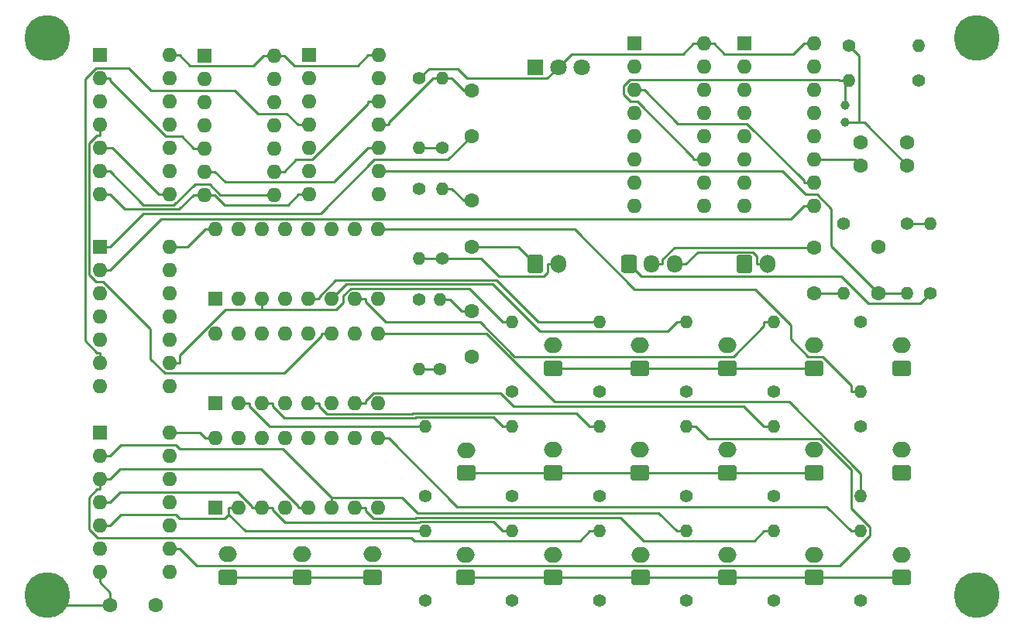
<source format=gbr>
G04 #@! TF.GenerationSoftware,KiCad,Pcbnew,7.0.1*
G04 #@! TF.CreationDate,2023-04-19T00:28:21-05:00*
G04 #@! TF.ProjectId,binary_clock,62696e61-7279-45f6-936c-6f636b2e6b69,rev?*
G04 #@! TF.SameCoordinates,Original*
G04 #@! TF.FileFunction,Copper,L1,Top*
G04 #@! TF.FilePolarity,Positive*
%FSLAX46Y46*%
G04 Gerber Fmt 4.6, Leading zero omitted, Abs format (unit mm)*
G04 Created by KiCad (PCBNEW 7.0.1) date 2023-04-19 00:28:21*
%MOMM*%
%LPD*%
G01*
G04 APERTURE LIST*
G04 Aperture macros list*
%AMRoundRect*
0 Rectangle with rounded corners*
0 $1 Rounding radius*
0 $2 $3 $4 $5 $6 $7 $8 $9 X,Y pos of 4 corners*
0 Add a 4 corners polygon primitive as box body*
4,1,4,$2,$3,$4,$5,$6,$7,$8,$9,$2,$3,0*
0 Add four circle primitives for the rounded corners*
1,1,$1+$1,$2,$3*
1,1,$1+$1,$4,$5*
1,1,$1+$1,$6,$7*
1,1,$1+$1,$8,$9*
0 Add four rect primitives between the rounded corners*
20,1,$1+$1,$2,$3,$4,$5,0*
20,1,$1+$1,$4,$5,$6,$7,0*
20,1,$1+$1,$6,$7,$8,$9,0*
20,1,$1+$1,$8,$9,$2,$3,0*%
G04 Aperture macros list end*
G04 #@! TA.AperFunction,ComponentPad*
%ADD10C,1.600000*%
G04 #@! TD*
G04 #@! TA.AperFunction,ComponentPad*
%ADD11RoundRect,0.250000X-0.600000X-0.750000X0.600000X-0.750000X0.600000X0.750000X-0.600000X0.750000X0*%
G04 #@! TD*
G04 #@! TA.AperFunction,ComponentPad*
%ADD12O,1.700000X2.000000*%
G04 #@! TD*
G04 #@! TA.AperFunction,ComponentPad*
%ADD13RoundRect,0.250000X0.750000X-0.600000X0.750000X0.600000X-0.750000X0.600000X-0.750000X-0.600000X0*%
G04 #@! TD*
G04 #@! TA.AperFunction,ComponentPad*
%ADD14O,2.000000X1.700000*%
G04 #@! TD*
G04 #@! TA.AperFunction,ComponentPad*
%ADD15C,1.400000*%
G04 #@! TD*
G04 #@! TA.AperFunction,ComponentPad*
%ADD16O,1.400000X1.400000*%
G04 #@! TD*
G04 #@! TA.AperFunction,ComponentPad*
%ADD17R,1.600000X1.600000*%
G04 #@! TD*
G04 #@! TA.AperFunction,ComponentPad*
%ADD18O,1.600000X1.600000*%
G04 #@! TD*
G04 #@! TA.AperFunction,ComponentPad*
%ADD19C,5.000000*%
G04 #@! TD*
G04 #@! TA.AperFunction,ComponentPad*
%ADD20R,1.800000X1.800000*%
G04 #@! TD*
G04 #@! TA.AperFunction,ComponentPad*
%ADD21C,1.800000*%
G04 #@! TD*
G04 #@! TA.AperFunction,ComponentPad*
%ADD22RoundRect,0.250000X-0.600000X-0.725000X0.600000X-0.725000X0.600000X0.725000X-0.600000X0.725000X0*%
G04 #@! TD*
G04 #@! TA.AperFunction,ComponentPad*
%ADD23O,1.700000X1.950000*%
G04 #@! TD*
G04 #@! TA.AperFunction,ComponentPad*
%ADD24C,1.000000*%
G04 #@! TD*
G04 #@! TA.AperFunction,Conductor*
%ADD25C,0.250000*%
G04 #@! TD*
G04 APERTURE END LIST*
D10*
G04 #@! TO.P,C2,1*
G04 #@! TO.N,Net-(U2-(PHI)I)*
X177800000Y-82550000D03*
G04 #@! TO.P,C2,2*
G04 #@! TO.N,GND*
X177800000Y-85050000D03*
G04 #@! TD*
G04 #@! TO.P,C1,1*
G04 #@! TO.N,Net-(C1-Pad1)*
X182880000Y-85050000D03*
G04 #@! TO.P,C1,2*
G04 #@! TO.N,GND*
X182880000Y-82550000D03*
G04 #@! TD*
D11*
G04 #@! TO.P,J1,1,Pin_1*
G04 #@! TO.N,+5V*
X165140000Y-95885000D03*
D12*
G04 #@! TO.P,J1,2,Pin_2*
G04 #@! TO.N,GND*
X167640000Y-95885000D03*
G04 #@! TD*
D13*
G04 #@! TO.P,D11,1,K*
G04 #@! TO.N,GND*
X144145000Y-118685000D03*
D14*
G04 #@! TO.P,D11,2,A*
G04 #@! TO.N,Net-(D11-A)*
X144145000Y-116185000D03*
G04 #@! TD*
D15*
G04 #@! TO.P,R11,1*
G04 #@! TO.N,Net-(R10-Pad2)*
X131860000Y-107355000D03*
D16*
G04 #@! TO.P,R11,2*
G04 #@! TO.N,Net-(C7-Pad1)*
X131860000Y-99735000D03*
G04 #@! TD*
D17*
G04 #@! TO.P,U2,1,Q12*
G04 #@! TO.N,unconnected-(U2-Q12-Pad1)*
X153035000Y-71755000D03*
D18*
G04 #@! TO.P,U2,2,Q13*
G04 #@! TO.N,unconnected-(U2-Q13-Pad2)*
X153035000Y-74295000D03*
G04 #@! TO.P,U2,3,Q14*
G04 #@! TO.N,/Clock_1hz/CLK_2Hz*
X153035000Y-76835000D03*
G04 #@! TO.P,U2,4,Q6*
G04 #@! TO.N,unconnected-(U2-Q6-Pad4)*
X153035000Y-79375000D03*
G04 #@! TO.P,U2,5,Q5*
G04 #@! TO.N,unconnected-(U2-Q5-Pad5)*
X153035000Y-81915000D03*
G04 #@! TO.P,U2,6,Q7*
G04 #@! TO.N,unconnected-(U2-Q7-Pad6)*
X153035000Y-84455000D03*
G04 #@! TO.P,U2,7,Q4*
G04 #@! TO.N,unconnected-(U2-Q4-Pad7)*
X153035000Y-86995000D03*
G04 #@! TO.P,U2,8,VSS*
G04 #@! TO.N,GND*
X153035000Y-89535000D03*
G04 #@! TO.P,U2,9,(PHI)O*
G04 #@! TO.N,unconnected-(U2-(PHI)O-Pad9)*
X160655000Y-89535000D03*
G04 #@! TO.P,U2,10,~{(PHI)O}*
G04 #@! TO.N,Net-(U2-~{(PHI)O})*
X160655000Y-86995000D03*
G04 #@! TO.P,U2,11,(PHI)I*
G04 #@! TO.N,Net-(U2-(PHI)I)*
X160655000Y-84455000D03*
G04 #@! TO.P,U2,12,RESET*
G04 #@! TO.N,GND*
X160655000Y-81915000D03*
G04 #@! TO.P,U2,13,Q9*
G04 #@! TO.N,unconnected-(U2-Q9-Pad13)*
X160655000Y-79375000D03*
G04 #@! TO.P,U2,14,Q8*
G04 #@! TO.N,unconnected-(U2-Q8-Pad14)*
X160655000Y-76835000D03*
G04 #@! TO.P,U2,15,Q10*
G04 #@! TO.N,unconnected-(U2-Q10-Pad15)*
X160655000Y-74295000D03*
G04 #@! TO.P,U2,16,VDD*
G04 #@! TO.N,+3.3V*
X160655000Y-71755000D03*
G04 #@! TD*
D15*
G04 #@! TO.P,R13,1*
G04 #@! TO.N,Net-(D2-A)*
X168275000Y-132715000D03*
D16*
G04 #@! TO.P,R13,2*
G04 #@! TO.N,Net-(U5-Q1)*
X168275000Y-125095000D03*
G04 #@! TD*
D19*
G04 #@! TO.P,H2,1,1*
G04 #@! TO.N,GND*
X88900000Y-71120000D03*
G04 #@! TD*
D15*
G04 #@! TO.P,R2,1*
G04 #@! TO.N,Net-(U2-~{(PHI)O})*
X184150000Y-75785000D03*
D16*
G04 #@! TO.P,R2,2*
G04 #@! TO.N,Net-(U2-(PHI)I)*
X176530000Y-75785000D03*
G04 #@! TD*
D15*
G04 #@! TO.P,R1,1*
G04 #@! TO.N,Net-(C1-Pad1)*
X176530000Y-71975000D03*
D16*
G04 #@! TO.P,R1,2*
G04 #@! TO.N,Net-(U2-~{(PHI)O})*
X184150000Y-71975000D03*
G04 #@! TD*
D15*
G04 #@! TO.P,R23,1*
G04 #@! TO.N,Net-(D12-A)*
X130175000Y-121265000D03*
D16*
G04 #@! TO.P,R23,2*
G04 #@! TO.N,Net-(U7-Q5)*
X130175000Y-113645000D03*
G04 #@! TD*
D15*
G04 #@! TO.P,R18,1*
G04 #@! TO.N,Net-(D7-A)*
X177800000Y-113645000D03*
D16*
G04 #@! TO.P,R18,2*
G04 #@! TO.N,Net-(U7-Q0)*
X177800000Y-121265000D03*
G04 #@! TD*
D15*
G04 #@! TO.P,R16,1*
G04 #@! TO.N,Net-(D5-A)*
X139700000Y-132715000D03*
D16*
G04 #@! TO.P,R16,2*
G04 #@! TO.N,Net-(U5-Q4)*
X139700000Y-125095000D03*
G04 #@! TD*
D19*
G04 #@! TO.P,H1,1,1*
G04 #@! TO.N,GND*
X88900000Y-132080000D03*
G04 #@! TD*
G04 #@! TO.P,H4,1,1*
G04 #@! TO.N,GND*
X190500000Y-71120000D03*
G04 #@! TD*
D13*
G04 #@! TO.P,D13,1,K*
G04 #@! TO.N,GND*
X182245000Y-107275000D03*
D14*
G04 #@! TO.P,D13,2,A*
G04 #@! TO.N,Net-(D13-A)*
X182245000Y-104775000D03*
G04 #@! TD*
D19*
G04 #@! TO.P,H3,1,1*
G04 #@! TO.N,GND*
X190500000Y-132080000D03*
G04 #@! TD*
D17*
G04 #@! TO.P,U3,1,Q11*
G04 #@! TO.N,unconnected-(U3-Q11-Pad1)*
X165100000Y-71755000D03*
D18*
G04 #@! TO.P,U3,2,Q5*
G04 #@! TO.N,unconnected-(U3-Q5-Pad2)*
X165100000Y-74295000D03*
G04 #@! TO.P,U3,3,Q4*
G04 #@! TO.N,unconnected-(U3-Q4-Pad3)*
X165100000Y-76835000D03*
G04 #@! TO.P,U3,4,Q6*
G04 #@! TO.N,unconnected-(U3-Q6-Pad4)*
X165100000Y-79375000D03*
G04 #@! TO.P,U3,5,Q3*
G04 #@! TO.N,unconnected-(U3-Q3-Pad5)*
X165100000Y-81915000D03*
G04 #@! TO.P,U3,6,Q2*
G04 #@! TO.N,unconnected-(U3-Q2-Pad6)*
X165100000Y-84455000D03*
G04 #@! TO.P,U3,7,Q1*
G04 #@! TO.N,unconnected-(U3-Q1-Pad7)*
X165100000Y-86995000D03*
G04 #@! TO.P,U3,8,VSS*
G04 #@! TO.N,GND*
X165100000Y-89535000D03*
G04 #@! TO.P,U3,9,Q0*
G04 #@! TO.N,/Clock_1hz/CLK_1Hz*
X172720000Y-89535000D03*
G04 #@! TO.P,U3,10,CLK*
G04 #@! TO.N,/Clock_1hz/CLK_2Hz*
X172720000Y-86995000D03*
G04 #@! TO.P,U3,11,Reset*
G04 #@! TO.N,GND*
X172720000Y-84455000D03*
G04 #@! TO.P,U3,12,Q8*
G04 #@! TO.N,unconnected-(U3-Q8-Pad12)*
X172720000Y-81915000D03*
G04 #@! TO.P,U3,13,Q7*
G04 #@! TO.N,unconnected-(U3-Q7-Pad13)*
X172720000Y-79375000D03*
G04 #@! TO.P,U3,14,Q9*
G04 #@! TO.N,unconnected-(U3-Q9-Pad14)*
X172720000Y-76835000D03*
G04 #@! TO.P,U3,15,Q10*
G04 #@! TO.N,unconnected-(U3-Q10-Pad15)*
X172720000Y-74295000D03*
G04 #@! TO.P,U3,16,VDD*
G04 #@! TO.N,+3.3V*
X172720000Y-71755000D03*
G04 #@! TD*
D13*
G04 #@! TO.P,D8,1,K*
G04 #@! TO.N,GND*
X172720000Y-118685000D03*
D14*
G04 #@! TO.P,D8,2,A*
G04 #@! TO.N,Net-(D8-A)*
X172720000Y-116185000D03*
G04 #@! TD*
D13*
G04 #@! TO.P,D5,1,K*
G04 #@! TO.N,GND*
X144145000Y-130145000D03*
D14*
G04 #@! TO.P,D5,2,A*
G04 #@! TO.N,Net-(D5-A)*
X144145000Y-127645000D03*
G04 #@! TD*
D13*
G04 #@! TO.P,D4,1,K*
G04 #@! TO.N,GND*
X153780000Y-130175000D03*
D14*
G04 #@! TO.P,D4,2,A*
G04 #@! TO.N,Net-(D4-A)*
X153780000Y-127675000D03*
G04 #@! TD*
D15*
G04 #@! TO.P,R3,1*
G04 #@! TO.N,+3.3V*
X185420000Y-99060000D03*
D16*
G04 #@! TO.P,R3,2*
G04 #@! TO.N,Net-(R3-Pad2)*
X185420000Y-91440000D03*
G04 #@! TD*
D13*
G04 #@! TO.P,D2,1,K*
G04 #@! TO.N,GND*
X172720000Y-130155000D03*
D14*
G04 #@! TO.P,D2,2,A*
G04 #@! TO.N,Net-(D2-A)*
X172720000Y-127655000D03*
G04 #@! TD*
D13*
G04 #@! TO.P,D15,1,K*
G04 #@! TO.N,GND*
X163195000Y-107275000D03*
D14*
G04 #@! TO.P,D15,2,A*
G04 #@! TO.N,Net-(D15-A)*
X163195000Y-104775000D03*
G04 #@! TD*
D15*
G04 #@! TO.P,R15,1*
G04 #@! TO.N,Net-(D4-A)*
X149225000Y-132715000D03*
D16*
G04 #@! TO.P,R15,2*
G04 #@! TO.N,Net-(U5-Q3)*
X149225000Y-125095000D03*
G04 #@! TD*
D15*
G04 #@! TO.P,R20,1*
G04 #@! TO.N,Net-(D9-A)*
X158750000Y-121265000D03*
D16*
G04 #@! TO.P,R20,2*
G04 #@! TO.N,Net-(U7-Q2)*
X158750000Y-113645000D03*
G04 #@! TD*
D20*
G04 #@! TO.P,U1,1,IN*
G04 #@! TO.N,+5V*
X142230000Y-74300000D03*
D21*
G04 #@! TO.P,U1,2,OUT*
G04 #@! TO.N,+3.3V*
X144770000Y-74300000D03*
G04 #@! TO.P,U1,3,GND*
G04 #@! TO.N,GND*
X147310000Y-74300000D03*
G04 #@! TD*
D13*
G04 #@! TO.P,D9,1,K*
G04 #@! TO.N,GND*
X163195000Y-118685000D03*
D14*
G04 #@! TO.P,D9,2,A*
G04 #@! TO.N,Net-(D9-A)*
X163195000Y-116185000D03*
G04 #@! TD*
D15*
G04 #@! TO.P,R24,1*
G04 #@! TO.N,Net-(D13-A)*
X177800000Y-102195000D03*
D16*
G04 #@! TO.P,R24,2*
G04 #@! TO.N,Net-(U8-Q0)*
X177800000Y-109815000D03*
G04 #@! TD*
D17*
G04 #@! TO.P,U5,1,Q11*
G04 #@! TO.N,unconnected-(U5-Q11-Pad1)*
X107305000Y-122545000D03*
D18*
G04 #@! TO.P,U5,2,Q5*
G04 #@! TO.N,Net-(U5-Q5)*
X109845000Y-122545000D03*
G04 #@! TO.P,U5,3,Q4*
G04 #@! TO.N,Net-(U5-Q4)*
X112385000Y-122545000D03*
G04 #@! TO.P,U5,4,Q6*
G04 #@! TO.N,unconnected-(U5-Q6-Pad4)*
X114925000Y-122545000D03*
G04 #@! TO.P,U5,5,Q3*
G04 #@! TO.N,Net-(U5-Q3)*
X117465000Y-122545000D03*
G04 #@! TO.P,U5,6,Q2*
G04 #@! TO.N,Net-(U5-Q2)*
X120005000Y-122545000D03*
G04 #@! TO.P,U5,7,Q1*
G04 #@! TO.N,Net-(U5-Q1)*
X122545000Y-122545000D03*
G04 #@! TO.P,U5,8,VSS*
G04 #@! TO.N,GND*
X125085000Y-122545000D03*
G04 #@! TO.P,U5,9,Q0*
G04 #@! TO.N,Net-(U5-Q0)*
X125085000Y-114925000D03*
G04 #@! TO.P,U5,10,CLK*
G04 #@! TO.N,/Clock_Binary/CLOCK_SEC*
X122545000Y-114925000D03*
G04 #@! TO.P,U5,11,Reset*
G04 #@! TO.N,/Clock_Binary/RESET_SEC*
X120005000Y-114925000D03*
G04 #@! TO.P,U5,12,Q8*
G04 #@! TO.N,unconnected-(U5-Q8-Pad12)*
X117465000Y-114925000D03*
G04 #@! TO.P,U5,13,Q7*
G04 #@! TO.N,unconnected-(U5-Q7-Pad13)*
X114925000Y-114925000D03*
G04 #@! TO.P,U5,14,Q9*
G04 #@! TO.N,unconnected-(U5-Q9-Pad14)*
X112385000Y-114925000D03*
G04 #@! TO.P,U5,15,Q10*
G04 #@! TO.N,unconnected-(U5-Q10-Pad15)*
X109845000Y-114925000D03*
G04 #@! TO.P,U5,16,VDD*
G04 #@! TO.N,+3.3V*
X107305000Y-114925000D03*
G04 #@! TD*
D15*
G04 #@! TO.P,R21,1*
G04 #@! TO.N,Net-(D10-A)*
X149225000Y-121265000D03*
D16*
G04 #@! TO.P,R21,2*
G04 #@! TO.N,Net-(U7-Q3)*
X149225000Y-113645000D03*
G04 #@! TD*
D13*
G04 #@! TO.P,SW5,1,1*
G04 #@! TO.N,/Interface/SWITCH_PAUSE_NOT*
X124460000Y-130135000D03*
D14*
G04 #@! TO.P,SW5,2,2*
G04 #@! TO.N,Net-(R10-Pad2)*
X124460000Y-127635000D03*
G04 #@! TD*
D13*
G04 #@! TO.P,D10,1,K*
G04 #@! TO.N,GND*
X153670000Y-118685000D03*
D14*
G04 #@! TO.P,D10,2,A*
G04 #@! TO.N,Net-(D10-A)*
X153670000Y-116185000D03*
G04 #@! TD*
D15*
G04 #@! TO.P,R5,1*
G04 #@! TO.N,/Interface/SWITCH_PAUSE_NOT*
X175895000Y-91440000D03*
D16*
G04 #@! TO.P,R5,2*
G04 #@! TO.N,GND*
X175895000Y-99060000D03*
G04 #@! TD*
D10*
G04 #@! TO.P,C6,1*
G04 #@! TO.N,Net-(C6-Pad1)*
X135255000Y-88940000D03*
G04 #@! TO.P,C6,2*
G04 #@! TO.N,GND*
X135255000Y-93940000D03*
G04 #@! TD*
D13*
G04 #@! TO.P,D3,1,K*
G04 #@! TO.N,GND*
X163195000Y-130155000D03*
D14*
G04 #@! TO.P,D3,2,A*
G04 #@! TO.N,Net-(D3-A)*
X163195000Y-127655000D03*
G04 #@! TD*
D17*
G04 #@! TO.P,U7,1,Q11*
G04 #@! TO.N,unconnected-(U7-Q11-Pad1)*
X107305000Y-111115000D03*
D18*
G04 #@! TO.P,U7,2,Q5*
G04 #@! TO.N,Net-(U7-Q5)*
X109845000Y-111115000D03*
G04 #@! TO.P,U7,3,Q4*
G04 #@! TO.N,Net-(U7-Q4)*
X112385000Y-111115000D03*
G04 #@! TO.P,U7,4,Q6*
G04 #@! TO.N,unconnected-(U7-Q6-Pad4)*
X114925000Y-111115000D03*
G04 #@! TO.P,U7,5,Q3*
G04 #@! TO.N,Net-(U7-Q3)*
X117465000Y-111115000D03*
G04 #@! TO.P,U7,6,Q2*
G04 #@! TO.N,Net-(U7-Q2)*
X120005000Y-111115000D03*
G04 #@! TO.P,U7,7,Q1*
G04 #@! TO.N,Net-(U7-Q1)*
X122545000Y-111115000D03*
G04 #@! TO.P,U7,8,VSS*
G04 #@! TO.N,GND*
X125085000Y-111115000D03*
G04 #@! TO.P,U7,9,Q0*
G04 #@! TO.N,Net-(U7-Q0)*
X125085000Y-103495000D03*
G04 #@! TO.P,U7,10,CLK*
G04 #@! TO.N,/Clock_Binary/CLOCK_MIN*
X122545000Y-103495000D03*
G04 #@! TO.P,U7,11,Reset*
G04 #@! TO.N,/Clock_Binary/RESET_MIN*
X120005000Y-103495000D03*
G04 #@! TO.P,U7,12,Q8*
G04 #@! TO.N,unconnected-(U7-Q8-Pad12)*
X117465000Y-103495000D03*
G04 #@! TO.P,U7,13,Q7*
G04 #@! TO.N,unconnected-(U7-Q7-Pad13)*
X114925000Y-103495000D03*
G04 #@! TO.P,U7,14,Q9*
G04 #@! TO.N,unconnected-(U7-Q9-Pad14)*
X112385000Y-103495000D03*
G04 #@! TO.P,U7,15,Q10*
G04 #@! TO.N,unconnected-(U7-Q10-Pad15)*
X109845000Y-103495000D03*
G04 #@! TO.P,U7,16,VDD*
G04 #@! TO.N,+3.3V*
X107305000Y-103495000D03*
G04 #@! TD*
D15*
G04 #@! TO.P,R27,1*
G04 #@! TO.N,Net-(D16-A)*
X149225000Y-109815000D03*
D16*
G04 #@! TO.P,R27,2*
G04 #@! TO.N,Net-(U8-Q3)*
X149225000Y-102195000D03*
G04 #@! TD*
D15*
G04 #@! TO.P,R17,1*
G04 #@! TO.N,Net-(D6-A)*
X130175000Y-132715000D03*
D16*
G04 #@! TO.P,R17,2*
G04 #@! TO.N,Net-(U5-Q5)*
X130175000Y-125095000D03*
G04 #@! TD*
D15*
G04 #@! TO.P,R7,1*
G04 #@! TO.N,Net-(R6-Pad2)*
X132080000Y-83185000D03*
D16*
G04 #@! TO.P,R7,2*
G04 #@! TO.N,Net-(C5-Pad1)*
X132080000Y-75565000D03*
G04 #@! TD*
D10*
G04 #@! TO.P,C7,1*
G04 #@! TO.N,Net-(C7-Pad1)*
X135255000Y-101045000D03*
G04 #@! TO.P,C7,2*
G04 #@! TO.N,/Interface/SWITCH_PAUSE_NOT*
X135255000Y-106045000D03*
G04 #@! TD*
D17*
G04 #@! TO.P,U11,1*
G04 #@! TO.N,Net-(U11-Pad1)*
X94625000Y-73020000D03*
D18*
G04 #@! TO.P,U11,2*
G04 #@! TO.N,/Clock_Binary/CARRY_SEC*
X94625000Y-75560000D03*
G04 #@! TO.P,U11,3*
G04 #@! TO.N,/Clock_Binary/RESET_SEC*
X94625000Y-78100000D03*
G04 #@! TO.P,U11,4*
G04 #@! TO.N,/Clock_Binary/RESET_MIN*
X94625000Y-80640000D03*
G04 #@! TO.P,U11,5*
G04 #@! TO.N,Net-(U11-Pad1)*
X94625000Y-83180000D03*
G04 #@! TO.P,U11,6*
G04 #@! TO.N,/Clock_Binary/CARRY_MIN*
X94625000Y-85720000D03*
G04 #@! TO.P,U11,7,Vss*
G04 #@! TO.N,GND*
X94625000Y-88260000D03*
G04 #@! TO.P,U11,8*
G04 #@! TO.N,Net-(U11-Pad1)*
X102245000Y-88260000D03*
G04 #@! TO.P,U11,9*
G04 #@! TO.N,/Clock_Binary/CARRY_HOUR*
X102245000Y-85720000D03*
G04 #@! TO.P,U11,10*
G04 #@! TO.N,/Clock_Binary/RESET_HOUR*
X102245000Y-83180000D03*
G04 #@! TO.P,U11,11*
G04 #@! TO.N,N/C*
X102245000Y-80640000D03*
G04 #@! TO.P,U11,12*
X102245000Y-78100000D03*
G04 #@! TO.P,U11,13*
X102245000Y-75560000D03*
G04 #@! TO.P,U11,14,Vdd*
G04 #@! TO.N,+3.3V*
X102245000Y-73020000D03*
G04 #@! TD*
D15*
G04 #@! TO.P,R22,1*
G04 #@! TO.N,Net-(D11-A)*
X139700000Y-121265000D03*
D16*
G04 #@! TO.P,R22,2*
G04 #@! TO.N,Net-(U7-Q4)*
X139700000Y-113645000D03*
G04 #@! TD*
D17*
G04 #@! TO.P,U4,1*
G04 #@! TO.N,/Interface/SWITCH_PAUSE_NOT*
X117485000Y-73025000D03*
D18*
G04 #@! TO.P,U4,2*
G04 #@! TO.N,/Interface/SWITCH_PAUSE*
X117485000Y-75565000D03*
G04 #@! TO.P,U4,3*
G04 #@! TO.N,Net-(C6-Pad1)*
X117485000Y-78105000D03*
G04 #@! TO.P,U4,4*
G04 #@! TO.N,/Interface/BUTTON_RESET*
X117485000Y-80645000D03*
G04 #@! TO.P,U4,5*
G04 #@! TO.N,N/C*
X117485000Y-83185000D03*
G04 #@! TO.P,U4,6*
X117485000Y-85725000D03*
G04 #@! TO.P,U4,7,Vss*
G04 #@! TO.N,GND*
X117485000Y-88265000D03*
G04 #@! TO.P,U4,8*
G04 #@! TO.N,/Interface/BUTTON_SEC*
X125105000Y-88265000D03*
G04 #@! TO.P,U4,9*
G04 #@! TO.N,Net-(C3-Pad1)*
X125105000Y-85725000D03*
G04 #@! TO.P,U4,10*
G04 #@! TO.N,/Interface/BUTTON_MIN*
X125105000Y-83185000D03*
G04 #@! TO.P,U4,11*
G04 #@! TO.N,Net-(C5-Pad1)*
X125105000Y-80645000D03*
G04 #@! TO.P,U4,12*
G04 #@! TO.N,/Interface/BUTTON_HOUR*
X125105000Y-78105000D03*
G04 #@! TO.P,U4,13*
G04 #@! TO.N,Net-(C7-Pad1)*
X125105000Y-75565000D03*
G04 #@! TO.P,U4,14,Vdd*
G04 #@! TO.N,+3.3V*
X125105000Y-73025000D03*
G04 #@! TD*
D10*
G04 #@! TO.P,C3,1*
G04 #@! TO.N,Net-(C3-Pad1)*
X179705000Y-99020000D03*
G04 #@! TO.P,C3,2*
G04 #@! TO.N,/Interface/SWITCH_PAUSE_NOT*
X179705000Y-94020000D03*
G04 #@! TD*
D15*
G04 #@! TO.P,R26,1*
G04 #@! TO.N,Net-(D15-A)*
X158750000Y-109815000D03*
D16*
G04 #@! TO.P,R26,2*
G04 #@! TO.N,Net-(U8-Q2)*
X158750000Y-102195000D03*
G04 #@! TD*
D13*
G04 #@! TO.P,D14,1,K*
G04 #@! TO.N,GND*
X172720000Y-107275000D03*
D14*
G04 #@! TO.P,D14,2,A*
G04 #@! TO.N,Net-(D14-A)*
X172720000Y-104775000D03*
G04 #@! TD*
D15*
G04 #@! TO.P,R14,1*
G04 #@! TO.N,Net-(D3-A)*
X158750000Y-132715000D03*
D16*
G04 #@! TO.P,R14,2*
G04 #@! TO.N,Net-(U5-Q2)*
X158750000Y-125095000D03*
G04 #@! TD*
D17*
G04 #@! TO.P,U6,1*
G04 #@! TO.N,/Clock_Binary/CARRY_SEC*
X94635000Y-114295000D03*
D18*
G04 #@! TO.P,U6,2*
G04 #@! TO.N,Net-(U5-Q2)*
X94635000Y-116835000D03*
G04 #@! TO.P,U6,3*
G04 #@! TO.N,Net-(U5-Q3)*
X94635000Y-119375000D03*
G04 #@! TO.P,U6,4*
G04 #@! TO.N,Net-(U5-Q4)*
X94635000Y-121915000D03*
G04 #@! TO.P,U6,5*
G04 #@! TO.N,Net-(U5-Q5)*
X94635000Y-124455000D03*
G04 #@! TO.P,U6,6*
G04 #@! TO.N,N/C*
X94635000Y-126995000D03*
G04 #@! TO.P,U6,7,Vss*
G04 #@! TO.N,GND*
X94635000Y-129535000D03*
G04 #@! TO.P,U6,8*
G04 #@! TO.N,N/C*
X102255000Y-129535000D03*
G04 #@! TO.P,U6,9*
G04 #@! TO.N,Net-(U7-Q2)*
X102255000Y-126995000D03*
G04 #@! TO.P,U6,10*
G04 #@! TO.N,Net-(U7-Q3)*
X102255000Y-124455000D03*
G04 #@! TO.P,U6,11*
G04 #@! TO.N,Net-(U7-Q4)*
X102255000Y-121915000D03*
G04 #@! TO.P,U6,12*
G04 #@! TO.N,Net-(U7-Q5)*
X102255000Y-119375000D03*
G04 #@! TO.P,U6,13*
G04 #@! TO.N,/Clock_Binary/CARRY_MIN*
X102255000Y-116835000D03*
G04 #@! TO.P,U6,14,Vdd*
G04 #@! TO.N,+3.3V*
X102255000Y-114295000D03*
G04 #@! TD*
D13*
G04 #@! TO.P,D12,1,K*
G04 #@! TO.N,GND*
X134730000Y-118715000D03*
D14*
G04 #@! TO.P,D12,2,A*
G04 #@! TO.N,Net-(D12-A)*
X134730000Y-116215000D03*
G04 #@! TD*
D17*
G04 #@! TO.P,U8,1,Q11*
G04 #@! TO.N,unconnected-(U8-Q11-Pad1)*
X107305000Y-99685000D03*
D18*
G04 #@! TO.P,U8,2,Q5*
G04 #@! TO.N,unconnected-(U8-Q5-Pad2)*
X109845000Y-99685000D03*
G04 #@! TO.P,U8,3,Q4*
G04 #@! TO.N,Net-(U8-Q4)*
X112385000Y-99685000D03*
G04 #@! TO.P,U8,4,Q6*
G04 #@! TO.N,unconnected-(U8-Q6-Pad4)*
X114925000Y-99685000D03*
G04 #@! TO.P,U8,5,Q3*
G04 #@! TO.N,Net-(U8-Q3)*
X117465000Y-99685000D03*
G04 #@! TO.P,U8,6,Q2*
G04 #@! TO.N,Net-(U8-Q2)*
X120005000Y-99685000D03*
G04 #@! TO.P,U8,7,Q1*
G04 #@! TO.N,Net-(U8-Q1)*
X122545000Y-99685000D03*
G04 #@! TO.P,U8,8,VSS*
G04 #@! TO.N,GND*
X125085000Y-99685000D03*
G04 #@! TO.P,U8,9,Q0*
G04 #@! TO.N,Net-(U8-Q0)*
X125085000Y-92065000D03*
G04 #@! TO.P,U8,10,CLK*
G04 #@! TO.N,/Clock_Binary/CLOCK_HOUR*
X122545000Y-92065000D03*
G04 #@! TO.P,U8,11,Reset*
G04 #@! TO.N,/Clock_Binary/RESET_HOUR*
X120005000Y-92065000D03*
G04 #@! TO.P,U8,12,Q8*
G04 #@! TO.N,unconnected-(U8-Q8-Pad12)*
X117465000Y-92065000D03*
G04 #@! TO.P,U8,13,Q7*
G04 #@! TO.N,unconnected-(U8-Q7-Pad13)*
X114925000Y-92065000D03*
G04 #@! TO.P,U8,14,Q9*
G04 #@! TO.N,unconnected-(U8-Q9-Pad14)*
X112385000Y-92065000D03*
G04 #@! TO.P,U8,15,Q10*
G04 #@! TO.N,unconnected-(U8-Q10-Pad15)*
X109845000Y-92065000D03*
G04 #@! TO.P,U8,16,VDD*
G04 #@! TO.N,+3.3V*
X107305000Y-92065000D03*
G04 #@! TD*
D13*
G04 #@! TO.P,D16,1,K*
G04 #@! TO.N,GND*
X153670000Y-107275000D03*
D14*
G04 #@! TO.P,D16,2,A*
G04 #@! TO.N,Net-(D16-A)*
X153670000Y-104775000D03*
G04 #@! TD*
D13*
G04 #@! TO.P,SW3,1,1*
G04 #@! TO.N,/Interface/SWITCH_PAUSE_NOT*
X108585000Y-130135000D03*
D14*
G04 #@! TO.P,SW3,2,2*
G04 #@! TO.N,Net-(R3-Pad2)*
X108585000Y-127635000D03*
G04 #@! TD*
D13*
G04 #@! TO.P,D7,1,K*
G04 #@! TO.N,GND*
X182245000Y-118705000D03*
D14*
G04 #@! TO.P,D7,2,A*
G04 #@! TO.N,Net-(D7-A)*
X182245000Y-116205000D03*
G04 #@! TD*
D15*
G04 #@! TO.P,R25,1*
G04 #@! TO.N,Net-(D14-A)*
X168275000Y-109815000D03*
D16*
G04 #@! TO.P,R25,2*
G04 #@! TO.N,Net-(U8-Q1)*
X168275000Y-102195000D03*
G04 #@! TD*
D22*
G04 #@! TO.P,SW1,1,1*
G04 #@! TO.N,+3.3V*
X152480000Y-95885000D03*
D23*
G04 #@! TO.P,SW1,2,2*
G04 #@! TO.N,/Interface/SWITCH_PAUSE_NOT*
X154980000Y-95885000D03*
G04 #@! TO.P,SW1,3,K*
G04 #@! TO.N,GND*
X157480000Y-95885000D03*
G04 #@! TD*
D13*
G04 #@! TO.P,D17,1,K*
G04 #@! TO.N,GND*
X144145000Y-107275000D03*
D14*
G04 #@! TO.P,D17,2,A*
G04 #@! TO.N,Net-(D17-A)*
X144145000Y-104775000D03*
G04 #@! TD*
D10*
G04 #@! TO.P,C8,1*
G04 #@! TO.N,/Clock_Binary/RESET_SEC*
X100791900Y-133176900D03*
G04 #@! TO.P,C8,2*
G04 #@! TO.N,GND*
X95791900Y-133176900D03*
G04 #@! TD*
D13*
G04 #@! TO.P,D1,1,K*
G04 #@! TO.N,GND*
X182245000Y-130155000D03*
D14*
G04 #@! TO.P,D1,2,A*
G04 #@! TO.N,Net-(D1-A)*
X182245000Y-127655000D03*
G04 #@! TD*
D10*
G04 #@! TO.P,C5,1*
G04 #@! TO.N,Net-(C5-Pad1)*
X135255000Y-76875000D03*
G04 #@! TO.P,C5,2*
G04 #@! TO.N,/Interface/SWITCH_PAUSE_NOT*
X135255000Y-81875000D03*
G04 #@! TD*
D13*
G04 #@! TO.P,SW4,1,1*
G04 #@! TO.N,/Interface/SWITCH_PAUSE_NOT*
X116725200Y-130111600D03*
D14*
G04 #@! TO.P,SW4,2,2*
G04 #@! TO.N,Net-(R6-Pad2)*
X116725200Y-127611600D03*
G04 #@! TD*
D24*
G04 #@! TO.P,Y1,1,1*
G04 #@! TO.N,Net-(C1-Pad1)*
X176090000Y-80380100D03*
G04 #@! TO.P,Y1,2,2*
G04 #@! TO.N,Net-(U2-(PHI)I)*
X176090000Y-78480100D03*
G04 #@! TD*
D15*
G04 #@! TO.P,R10,1*
G04 #@! TO.N,+3.3V*
X129540000Y-99735000D03*
D16*
G04 #@! TO.P,R10,2*
G04 #@! TO.N,Net-(R10-Pad2)*
X129540000Y-107355000D03*
G04 #@! TD*
D15*
G04 #@! TO.P,R28,1*
G04 #@! TO.N,Net-(D17-A)*
X139700000Y-109815000D03*
D16*
G04 #@! TO.P,R28,2*
G04 #@! TO.N,Net-(U8-Q4)*
X139700000Y-102195000D03*
G04 #@! TD*
D15*
G04 #@! TO.P,R9,1*
G04 #@! TO.N,Net-(R8-Pad2)*
X132080000Y-95250000D03*
D16*
G04 #@! TO.P,R9,2*
G04 #@! TO.N,Net-(C6-Pad1)*
X132080000Y-87630000D03*
G04 #@! TD*
D17*
G04 #@! TO.P,U10,1*
G04 #@! TO.N,Net-(U10-Pad1)*
X106045000Y-73030000D03*
D18*
G04 #@! TO.P,U10,2*
G04 #@! TO.N,/Interface/BUTTON_SEC*
X106045000Y-75570000D03*
G04 #@! TO.P,U10,3*
G04 #@! TO.N,/Clock_Binary/CLOCK_SEC*
X106045000Y-78110000D03*
G04 #@! TO.P,U10,4*
G04 #@! TO.N,/Clock_Binary/CLOCK_MIN*
X106045000Y-80650000D03*
G04 #@! TO.P,U10,5*
G04 #@! TO.N,/Clock_Binary/CARRY_SEC*
X106045000Y-83190000D03*
G04 #@! TO.P,U10,6*
G04 #@! TO.N,/Interface/BUTTON_MIN*
X106045000Y-85730000D03*
G04 #@! TO.P,U10,7,Vss*
G04 #@! TO.N,GND*
X106045000Y-88270000D03*
G04 #@! TO.P,U10,8*
G04 #@! TO.N,/Clock_Binary/CARRY_MIN*
X113665000Y-88270000D03*
G04 #@! TO.P,U10,9*
G04 #@! TO.N,/Interface/BUTTON_HOUR*
X113665000Y-85730000D03*
G04 #@! TO.P,U10,10*
G04 #@! TO.N,/Clock_Binary/CLOCK_HOUR*
X113665000Y-83190000D03*
G04 #@! TO.P,U10,11*
G04 #@! TO.N,N/C*
X113665000Y-80650000D03*
G04 #@! TO.P,U10,12*
X113665000Y-78110000D03*
G04 #@! TO.P,U10,13*
X113665000Y-75570000D03*
G04 #@! TO.P,U10,14,Vdd*
G04 #@! TO.N,+3.3V*
X113665000Y-73030000D03*
G04 #@! TD*
D15*
G04 #@! TO.P,R8,1*
G04 #@! TO.N,+3.3V*
X129540000Y-87630000D03*
D16*
G04 #@! TO.P,R8,2*
G04 #@! TO.N,Net-(R8-Pad2)*
X129540000Y-95250000D03*
G04 #@! TD*
D10*
G04 #@! TO.P,C4,1*
G04 #@! TO.N,/Interface/SWITCH_PAUSE_NOT*
X172720000Y-94060000D03*
G04 #@! TO.P,C4,2*
G04 #@! TO.N,GND*
X172720000Y-99060000D03*
G04 #@! TD*
D15*
G04 #@! TO.P,R12,1*
G04 #@! TO.N,Net-(D1-A)*
X177800000Y-132715000D03*
D16*
G04 #@! TO.P,R12,2*
G04 #@! TO.N,Net-(U5-Q0)*
X177800000Y-125095000D03*
G04 #@! TD*
D15*
G04 #@! TO.P,R4,1*
G04 #@! TO.N,Net-(R3-Pad2)*
X182880000Y-91440000D03*
D16*
G04 #@! TO.P,R4,2*
G04 #@! TO.N,Net-(C3-Pad1)*
X182880000Y-99060000D03*
G04 #@! TD*
D13*
G04 #@! TO.P,D6,1,K*
G04 #@! TO.N,GND*
X134620000Y-130155000D03*
D14*
G04 #@! TO.P,D6,2,A*
G04 #@! TO.N,Net-(D6-A)*
X134620000Y-127655000D03*
G04 #@! TD*
D11*
G04 #@! TO.P,SW2,1,1*
G04 #@! TO.N,GND*
X142280000Y-95885000D03*
D12*
G04 #@! TO.P,SW2,2,2*
G04 #@! TO.N,Net-(R8-Pad2)*
X144780000Y-95885000D03*
G04 #@! TD*
D15*
G04 #@! TO.P,R19,1*
G04 #@! TO.N,Net-(D8-A)*
X168275000Y-121285000D03*
D16*
G04 #@! TO.P,R19,2*
G04 #@! TO.N,Net-(U7-Q1)*
X168275000Y-113665000D03*
G04 #@! TD*
D15*
G04 #@! TO.P,R6,1*
G04 #@! TO.N,+3.3V*
X129540000Y-75565000D03*
D16*
G04 #@! TO.P,R6,2*
G04 #@! TO.N,Net-(R6-Pad2)*
X129540000Y-83185000D03*
G04 #@! TD*
D17*
G04 #@! TO.P,U9,1*
G04 #@! TO.N,/Interface/SWITCH_PAUSE_NOT*
X94635000Y-93980000D03*
D18*
G04 #@! TO.P,U9,2*
G04 #@! TO.N,/Clock_1hz/CLK_1Hz*
X94635000Y-96520000D03*
G04 #@! TO.P,U9,3*
G04 #@! TO.N,Net-(U10-Pad1)*
X94635000Y-99060000D03*
G04 #@! TO.P,U9,4*
G04 #@! TO.N,Net-(U11-Pad1)*
X94635000Y-101600000D03*
G04 #@! TO.P,U9,5*
G04 #@! TO.N,/Interface/SWITCH_PAUSE*
X94635000Y-104140000D03*
G04 #@! TO.P,U9,6*
G04 #@! TO.N,/Interface/BUTTON_RESET*
X94635000Y-106680000D03*
G04 #@! TO.P,U9,7,Vss*
G04 #@! TO.N,GND*
X94635000Y-109220000D03*
G04 #@! TO.P,U9,8*
G04 #@! TO.N,Net-(U8-Q3)*
X102255000Y-109220000D03*
G04 #@! TO.P,U9,9*
G04 #@! TO.N,Net-(U8-Q4)*
X102255000Y-106680000D03*
G04 #@! TO.P,U9,10*
G04 #@! TO.N,/Clock_Binary/CARRY_HOUR*
X102255000Y-104140000D03*
G04 #@! TO.P,U9,11*
G04 #@! TO.N,N/C*
X102255000Y-101600000D03*
G04 #@! TO.P,U9,12*
X102255000Y-99060000D03*
G04 #@! TO.P,U9,13*
X102255000Y-96520000D03*
G04 #@! TO.P,U9,14,Vdd*
G04 #@! TO.N,+3.3V*
X102255000Y-93980000D03*
G04 #@! TD*
D25*
G04 #@! TO.N,/Clock_Binary/RESET_MIN*
X118879900Y-103728100D02*
X118879900Y-103495000D01*
X114795600Y-107812400D02*
X118879900Y-103728100D01*
X101739600Y-107812400D02*
X114795600Y-107812400D01*
X100195800Y-106268600D02*
X101739600Y-107812400D01*
X100195800Y-102982600D02*
X100195800Y-106268600D01*
X95003200Y-97790000D02*
X100195800Y-102982600D01*
X94246300Y-97790000D02*
X95003200Y-97790000D01*
X93493900Y-97037600D02*
X94246300Y-97790000D01*
X93493900Y-82614900D02*
X93493900Y-97037600D01*
X94343700Y-81765100D02*
X93493900Y-82614900D01*
X94625000Y-81765100D02*
X94343700Y-81765100D01*
X94625000Y-80640000D02*
X94625000Y-81765100D01*
X120005000Y-103495000D02*
X118879900Y-103495000D01*
G04 #@! TO.N,Net-(U11-Pad1)*
X96039900Y-83180000D02*
X94625000Y-83180000D01*
X101119900Y-88260000D02*
X96039900Y-83180000D01*
X102245000Y-88260000D02*
X101119900Y-88260000D01*
G04 #@! TO.N,/Clock_Binary/CARRY_MIN*
X107806800Y-88270000D02*
X113665000Y-88270000D01*
X106640600Y-87103800D02*
X107806800Y-88270000D01*
X105036900Y-87103800D02*
X106640600Y-87103800D01*
X102731000Y-89409700D02*
X105036900Y-87103800D01*
X99439800Y-89409700D02*
X102731000Y-89409700D01*
X95750100Y-85720000D02*
X99439800Y-89409700D01*
X94625000Y-85720000D02*
X95750100Y-85720000D01*
G04 #@! TO.N,/Interface/BUTTON_HOUR*
X123979900Y-78338100D02*
X123979900Y-78105000D01*
X117863000Y-84455000D02*
X123979900Y-78338100D01*
X116065100Y-84455000D02*
X117863000Y-84455000D01*
X114790100Y-85730000D02*
X116065100Y-84455000D01*
X113665000Y-85730000D02*
X114790100Y-85730000D01*
X125105000Y-78105000D02*
X123979900Y-78105000D01*
G04 #@! TO.N,/Interface/BUTTON_MIN*
X120262700Y-86902200D02*
X123979900Y-83185000D01*
X108342300Y-86902200D02*
X120262700Y-86902200D01*
X107170100Y-85730000D02*
X108342300Y-86902200D01*
X106045000Y-85730000D02*
X107170100Y-85730000D01*
X125105000Y-83185000D02*
X123979900Y-83185000D01*
G04 #@! TO.N,/Interface/BUTTON_RESET*
X115094900Y-79380000D02*
X116359900Y-80645000D01*
X111903400Y-79380000D02*
X115094900Y-79380000D01*
X109363400Y-76840000D02*
X111903400Y-79380000D01*
X100239600Y-76840000D02*
X109363400Y-76840000D01*
X97785900Y-74386300D02*
X100239600Y-76840000D01*
X94205400Y-74386300D02*
X97785900Y-74386300D01*
X93009200Y-75582500D02*
X94205400Y-74386300D01*
X93009200Y-104210400D02*
X93009200Y-75582500D01*
X94353700Y-105554900D02*
X93009200Y-104210400D01*
X94635000Y-105554900D02*
X94353700Y-105554900D01*
X94635000Y-106680000D02*
X94635000Y-105554900D01*
X117485000Y-80645000D02*
X116359900Y-80645000D01*
G04 #@! TO.N,/Clock_1hz/CLK_1Hz*
X170190000Y-90939900D02*
X171594900Y-89535000D01*
X101340200Y-90939900D02*
X170190000Y-90939900D01*
X95760100Y-96520000D02*
X101340200Y-90939900D01*
X94635000Y-96520000D02*
X95760100Y-96520000D01*
X172720000Y-89535000D02*
X171594900Y-89535000D01*
G04 #@! TO.N,/Clock_1hz/CLK_2Hz*
X157825300Y-80500200D02*
X154160100Y-76835000D01*
X165381400Y-80500200D02*
X157825300Y-80500200D01*
X171594900Y-86713700D02*
X165381400Y-80500200D01*
X171594900Y-86995000D02*
X171594900Y-86713700D01*
X172720000Y-86995000D02*
X171594900Y-86995000D01*
X153035000Y-76835000D02*
X154160100Y-76835000D01*
G04 #@! TO.N,Net-(U5-Q5)*
X94635000Y-124455000D02*
X95760100Y-124455000D01*
X109845000Y-122545000D02*
X108719900Y-122545000D01*
X110556600Y-125095000D02*
X130175000Y-125095000D01*
X108719900Y-123258300D02*
X110556600Y-125095000D01*
X108308000Y-123670200D02*
X108719900Y-123258300D01*
X103380200Y-123670200D02*
X108308000Y-123670200D01*
X102986400Y-123276400D02*
X103380200Y-123670200D01*
X96938700Y-123276400D02*
X102986400Y-123276400D01*
X95760100Y-124455000D02*
X96938700Y-123276400D01*
X108719900Y-123258300D02*
X108719900Y-122545000D01*
G04 #@! TO.N,Net-(U5-Q4)*
X113510100Y-122778200D02*
X113510100Y-122545000D01*
X114863500Y-124131600D02*
X113510100Y-122778200D01*
X129594900Y-124131600D02*
X114863500Y-124131600D01*
X129656600Y-124069900D02*
X129594900Y-124131600D01*
X137649800Y-124069900D02*
X129656600Y-124069900D01*
X138674900Y-125095000D02*
X137649800Y-124069900D01*
X139700000Y-125095000D02*
X138674900Y-125095000D01*
X112385000Y-122545000D02*
X113510100Y-122545000D01*
X111259900Y-122311900D02*
X111259900Y-122545000D01*
X109729000Y-120781000D02*
X111259900Y-122311900D01*
X96894100Y-120781000D02*
X109729000Y-120781000D01*
X95760100Y-121915000D02*
X96894100Y-120781000D01*
X94635000Y-121915000D02*
X95760100Y-121915000D01*
X112385000Y-122545000D02*
X111259900Y-122545000D01*
G04 #@! TO.N,Net-(U5-Q3)*
X116902500Y-122545000D02*
X117151300Y-122545000D01*
X116902500Y-122545000D02*
X116339900Y-122545000D01*
X117465000Y-122545000D02*
X117151300Y-122545000D01*
X95085000Y-119375000D02*
X95760100Y-119375000D01*
X116339900Y-122311900D02*
X116339900Y-122545000D01*
X112267900Y-118239900D02*
X116339900Y-122311900D01*
X96895200Y-118239900D02*
X112267900Y-118239900D01*
X95760100Y-119375000D02*
X96895200Y-118239900D01*
X95085000Y-119375000D02*
X94635000Y-119375000D01*
X147138400Y-126156500D02*
X148199900Y-125095000D01*
X128995700Y-126156500D02*
X147138400Y-126156500D01*
X128682400Y-125843200D02*
X128995700Y-126156500D01*
X94371600Y-125843200D02*
X128682400Y-125843200D01*
X93454100Y-124925700D02*
X94371600Y-125843200D01*
X93454100Y-121399700D02*
X93454100Y-124925700D01*
X94353700Y-120500100D02*
X93454100Y-121399700D01*
X94635000Y-120500100D02*
X94353700Y-120500100D01*
X94635000Y-119375000D02*
X94635000Y-120500100D01*
X149225000Y-125095000D02*
X148199900Y-125095000D01*
G04 #@! TO.N,Net-(U5-Q2)*
X158750000Y-125095000D02*
X157724900Y-125095000D01*
X94635000Y-116835000D02*
X95760100Y-116835000D01*
X120005000Y-122545000D02*
X120005000Y-121419900D01*
X155728200Y-123098300D02*
X157724900Y-125095000D01*
X129345800Y-123098300D02*
X155728200Y-123098300D01*
X127667400Y-121419900D02*
X129345800Y-123098300D01*
X120005000Y-121419900D02*
X127667400Y-121419900D01*
X114635300Y-116050200D02*
X120005000Y-121419900D01*
X103380200Y-116050200D02*
X114635300Y-116050200D01*
X102986400Y-115656400D02*
X103380200Y-116050200D01*
X96938700Y-115656400D02*
X102986400Y-115656400D01*
X95760100Y-116835000D02*
X96938700Y-115656400D01*
G04 #@! TO.N,Net-(U5-Q1)*
X166207800Y-126137100D02*
X167249900Y-125095000D01*
X154054200Y-126137100D02*
X166207800Y-126137100D01*
X151536900Y-123619800D02*
X154054200Y-126137100D01*
X129188300Y-123619800D02*
X151536900Y-123619800D01*
X129132100Y-123676000D02*
X129188300Y-123619800D01*
X124519800Y-123676000D02*
X129132100Y-123676000D01*
X123670100Y-122826300D02*
X124519800Y-123676000D01*
X123670100Y-122545000D02*
X123670100Y-122826300D01*
X122545000Y-122545000D02*
X123670100Y-122545000D01*
X168275000Y-125095000D02*
X167249900Y-125095000D01*
G04 #@! TO.N,Net-(U5-Q0)*
X133708300Y-122423200D02*
X126210100Y-114925000D01*
X174103100Y-122423200D02*
X133708300Y-122423200D01*
X176774900Y-125095000D02*
X174103100Y-122423200D01*
X177800000Y-125095000D02*
X176774900Y-125095000D01*
X125085000Y-114925000D02*
X126210100Y-114925000D01*
G04 #@! TO.N,Net-(R10-Pad2)*
X129540000Y-107355000D02*
X131860000Y-107355000D01*
G04 #@! TO.N,Net-(R8-Pad2)*
X129540000Y-95250000D02*
X132080000Y-95250000D01*
X144780000Y-95885000D02*
X143604900Y-95885000D01*
X136273100Y-95250000D02*
X132080000Y-95250000D01*
X138251300Y-97228200D02*
X136273100Y-95250000D01*
X143167700Y-97228200D02*
X138251300Y-97228200D01*
X143604900Y-96791000D02*
X143167700Y-97228200D01*
X143604900Y-95885000D02*
X143604900Y-96791000D01*
G04 #@! TO.N,Net-(R6-Pad2)*
X129540000Y-83185000D02*
X132080000Y-83185000D01*
G04 #@! TO.N,Net-(R3-Pad2)*
X182880000Y-91440000D02*
X185420000Y-91440000D01*
G04 #@! TO.N,Net-(C6-Pad1)*
X134415100Y-88940000D02*
X133105100Y-87630000D01*
X135255000Y-88940000D02*
X134415100Y-88940000D01*
X132080000Y-87630000D02*
X133105100Y-87630000D01*
G04 #@! TO.N,Net-(U7-Q5)*
X113218800Y-113645000D02*
X130175000Y-113645000D01*
X110970100Y-111396300D02*
X113218800Y-113645000D01*
X110970100Y-111115000D02*
X110970100Y-111396300D01*
X109845000Y-111115000D02*
X110970100Y-111115000D01*
G04 #@! TO.N,Net-(U8-Q4)*
X139700000Y-102195000D02*
X138674900Y-102195000D01*
X102255000Y-106680000D02*
X103380100Y-106680000D01*
X112385000Y-99685000D02*
X112385000Y-100810100D01*
X108388600Y-100810100D02*
X112385000Y-100810100D01*
X103380100Y-105818600D02*
X108388600Y-100810100D01*
X103380100Y-106680000D02*
X103380100Y-105818600D01*
X135005700Y-98525800D02*
X138674900Y-102195000D01*
X122048600Y-98525800D02*
X135005700Y-98525800D01*
X121275000Y-99299400D02*
X122048600Y-98525800D01*
X121275000Y-100042500D02*
X121275000Y-99299400D01*
X120507400Y-100810100D02*
X121275000Y-100042500D01*
X112385000Y-100810100D02*
X120507400Y-100810100D01*
G04 #@! TO.N,Net-(U7-Q4)*
X137637100Y-112607200D02*
X138674900Y-113645000D01*
X129160200Y-112607200D02*
X137637100Y-112607200D01*
X129074500Y-112692900D02*
X129160200Y-112607200D01*
X114806700Y-112692900D02*
X129074500Y-112692900D01*
X113510100Y-111396300D02*
X114806700Y-112692900D01*
X113510100Y-111115000D02*
X113510100Y-111396300D01*
X112385000Y-111115000D02*
X113510100Y-111115000D01*
X139700000Y-113645000D02*
X138674900Y-113645000D01*
G04 #@! TO.N,Net-(U8-Q3)*
X149225000Y-102195000D02*
X148199900Y-102195000D01*
X117465000Y-99685000D02*
X118590100Y-99685000D01*
X118590100Y-99451800D02*
X118590100Y-99685000D01*
X120416400Y-97625500D02*
X118590100Y-99451800D01*
X138012000Y-97625500D02*
X120416400Y-97625500D01*
X142581500Y-102195000D02*
X138012000Y-97625500D01*
X148199900Y-102195000D02*
X142581500Y-102195000D01*
G04 #@! TO.N,Net-(U7-Q3)*
X117465000Y-111115000D02*
X118590100Y-111115000D01*
X149225000Y-113645000D02*
X148199900Y-113645000D01*
X118590100Y-111396400D02*
X118590100Y-111115000D01*
X119433800Y-112240100D02*
X118590100Y-111396400D01*
X128738200Y-112240100D02*
X119433800Y-112240100D01*
X128822600Y-112155700D02*
X128738200Y-112240100D01*
X146710600Y-112155700D02*
X128822600Y-112155700D01*
X148199900Y-113645000D02*
X146710600Y-112155700D01*
G04 #@! TO.N,Net-(U8-Q2)*
X156682800Y-103237100D02*
X157724900Y-102195000D01*
X142761800Y-103237100D02*
X156682800Y-103237100D01*
X137600300Y-98075600D02*
X142761800Y-103237100D01*
X121614400Y-98075600D02*
X137600300Y-98075600D01*
X120005000Y-99685000D02*
X121614400Y-98075600D01*
X158750000Y-102195000D02*
X157724900Y-102195000D01*
G04 #@! TO.N,Net-(U7-Q2)*
X161139900Y-115009800D02*
X159775100Y-113645000D01*
X173407500Y-115009800D02*
X161139900Y-115009800D01*
X176774900Y-118377200D02*
X173407500Y-115009800D01*
X176774900Y-122559600D02*
X176774900Y-118377200D01*
X178833800Y-124618500D02*
X176774900Y-122559600D01*
X178833800Y-125550200D02*
X178833800Y-124618500D01*
X175531500Y-128852500D02*
X178833800Y-125550200D01*
X105237600Y-128852500D02*
X175531500Y-128852500D01*
X103380100Y-126995000D02*
X105237600Y-128852500D01*
X102255000Y-126995000D02*
X103380100Y-126995000D01*
X158750000Y-113645000D02*
X159775100Y-113645000D01*
G04 #@! TO.N,/Clock_Binary/CARRY_SEC*
X95750100Y-75793200D02*
X95750100Y-75560000D01*
X101866900Y-81910000D02*
X95750100Y-75793200D01*
X103639900Y-81910000D02*
X101866900Y-81910000D01*
X104919900Y-83190000D02*
X103639900Y-81910000D01*
X106045000Y-83190000D02*
X104919900Y-83190000D01*
X94625000Y-75560000D02*
X95750100Y-75560000D01*
G04 #@! TO.N,/Interface/SWITCH_PAUSE_NOT*
X157466000Y-94060000D02*
X172720000Y-94060000D01*
X156155100Y-95370900D02*
X157466000Y-94060000D01*
X156155100Y-95885000D02*
X156155100Y-95370900D01*
X154980000Y-95885000D02*
X156155100Y-95885000D01*
X124436600Y-130111600D02*
X124460000Y-130135000D01*
X116725200Y-130111600D02*
X124436600Y-130111600D01*
X116701800Y-130135000D02*
X116725200Y-130111600D01*
X108585000Y-130135000D02*
X116701800Y-130135000D01*
X99430100Y-90310000D02*
X95760100Y-93980000D01*
X118769200Y-90310000D02*
X99430100Y-90310000D01*
X124624200Y-84455000D02*
X118769200Y-90310000D01*
X132675000Y-84455000D02*
X124624200Y-84455000D01*
X135255000Y-81875000D02*
X132675000Y-84455000D01*
X94635000Y-93980000D02*
X95760100Y-93980000D01*
G04 #@! TO.N,Net-(U8-Q1)*
X167249900Y-102619800D02*
X167249900Y-102195000D01*
X163901700Y-105968000D02*
X167249900Y-102619800D01*
X139994900Y-105968000D02*
X163901700Y-105968000D01*
X136197100Y-102170200D02*
X139994900Y-105968000D01*
X125874000Y-102170200D02*
X136197100Y-102170200D01*
X123670100Y-99966300D02*
X125874000Y-102170200D01*
X123670100Y-99685000D02*
X123670100Y-99966300D01*
X122545000Y-99685000D02*
X123670100Y-99685000D01*
X168275000Y-102195000D02*
X167249900Y-102195000D01*
G04 #@! TO.N,Net-(U7-Q1)*
X164988300Y-111403400D02*
X167249900Y-113665000D01*
X139838800Y-111403400D02*
X164988300Y-111403400D01*
X138425000Y-109989600D02*
X139838800Y-111403400D01*
X124514200Y-109989600D02*
X138425000Y-109989600D01*
X123670100Y-110833700D02*
X124514200Y-109989600D01*
X123670100Y-111115000D02*
X123670100Y-110833700D01*
X122545000Y-111115000D02*
X123670100Y-111115000D01*
X168275000Y-113665000D02*
X167249900Y-113665000D01*
G04 #@! TO.N,Net-(U8-Q0)*
X177800000Y-109815000D02*
X176774900Y-109815000D01*
X176774900Y-109142300D02*
X176774900Y-109815000D01*
X173610600Y-105978000D02*
X176774900Y-109142300D01*
X172071600Y-105978000D02*
X173610600Y-105978000D01*
X170180400Y-104086800D02*
X172071600Y-105978000D01*
X170180400Y-102557300D02*
X170180400Y-104086800D01*
X166282400Y-98659300D02*
X170180400Y-102557300D01*
X153112300Y-98659300D02*
X166282400Y-98659300D01*
X146518000Y-92065000D02*
X153112300Y-98659300D01*
X125085000Y-92065000D02*
X146518000Y-92065000D01*
G04 #@! TO.N,Net-(U7-Q0)*
X177800000Y-118765700D02*
X177800000Y-121265000D01*
X169987500Y-110953200D02*
X177800000Y-118765700D01*
X144343300Y-110953200D02*
X169987500Y-110953200D01*
X136885100Y-103495000D02*
X144343300Y-110953200D01*
X125085000Y-103495000D02*
X136885100Y-103495000D01*
G04 #@! TO.N,Net-(C3-Pad1)*
X182880000Y-99060000D02*
X181854900Y-99060000D01*
X181814900Y-99020000D02*
X181854900Y-99060000D01*
X179705000Y-99020000D02*
X181814900Y-99020000D01*
X174586900Y-93901900D02*
X179705000Y-99020000D01*
X174586900Y-89794100D02*
X174586900Y-93901900D01*
X173057800Y-88265000D02*
X174586900Y-89794100D01*
X171781800Y-88265000D02*
X173057800Y-88265000D01*
X169241800Y-85725000D02*
X171781800Y-88265000D01*
X125105000Y-85725000D02*
X169241800Y-85725000D01*
G04 #@! TO.N,Net-(U2-(PHI)I)*
X159529900Y-84221900D02*
X159529900Y-84455000D01*
X153413000Y-78105000D02*
X159529900Y-84221900D01*
X152660700Y-78105000D02*
X153413000Y-78105000D01*
X151883500Y-77327800D02*
X152660700Y-78105000D01*
X151883500Y-76358500D02*
X151883500Y-77327800D01*
X152566800Y-75675200D02*
X151883500Y-76358500D01*
X175395100Y-75675200D02*
X152566800Y-75675200D01*
X175504900Y-75785000D02*
X175395100Y-75675200D01*
X160655000Y-84455000D02*
X159529900Y-84455000D01*
X176090000Y-78480100D02*
X176090000Y-75785000D01*
X176530000Y-75785000D02*
X176090000Y-75785000D01*
X176090000Y-75785000D02*
X175504900Y-75785000D01*
G04 #@! TO.N,Net-(C7-Pad1)*
X134195100Y-101045000D02*
X132885100Y-99735000D01*
X135255000Y-101045000D02*
X134195100Y-101045000D01*
X131860000Y-99735000D02*
X132885100Y-99735000D01*
G04 #@! TO.N,Net-(C5-Pad1)*
X126230100Y-80389800D02*
X131054900Y-75565000D01*
X126230100Y-80645000D02*
X126230100Y-80389800D01*
X132080000Y-75565000D02*
X131054900Y-75565000D01*
X125105000Y-80645000D02*
X126230100Y-80645000D01*
X134415100Y-76875000D02*
X133105100Y-75565000D01*
X135255000Y-76875000D02*
X134415100Y-76875000D01*
X132080000Y-75565000D02*
X133105100Y-75565000D01*
G04 #@! TO.N,Net-(C1-Pad1)*
X177615100Y-73060100D02*
X176530000Y-71975000D01*
X177615100Y-80380100D02*
X177615100Y-73060100D01*
X176090000Y-80380100D02*
X177615100Y-80380100D01*
X178210100Y-80380100D02*
X182880000Y-85050000D01*
X177615100Y-80380100D02*
X178210100Y-80380100D01*
G04 #@! TO.N,GND*
X106045000Y-88270000D02*
X104919900Y-88270000D01*
X103330100Y-89859800D02*
X104919900Y-88270000D01*
X97349900Y-89859800D02*
X103330100Y-89859800D01*
X95750100Y-88260000D02*
X97349900Y-89859800D01*
X172720000Y-99060000D02*
X175895000Y-99060000D01*
X89996900Y-133176900D02*
X88900000Y-132080000D01*
X95791900Y-133176900D02*
X89996900Y-133176900D01*
X140335000Y-93940000D02*
X142280000Y-95885000D01*
X135255000Y-93940000D02*
X140335000Y-93940000D01*
X177205000Y-84455000D02*
X177800000Y-85050000D01*
X172720000Y-84455000D02*
X177205000Y-84455000D01*
X144145000Y-107275000D02*
X153670000Y-107275000D01*
X153670000Y-107275000D02*
X163195000Y-107275000D01*
X144115000Y-118715000D02*
X144145000Y-118685000D01*
X134730000Y-118715000D02*
X144115000Y-118715000D01*
X172720000Y-107275000D02*
X163195000Y-107275000D01*
X153670000Y-118685000D02*
X144145000Y-118685000D01*
X163195000Y-118685000D02*
X153670000Y-118685000D01*
X182245000Y-130155000D02*
X172720000Y-130155000D01*
X172720000Y-118685000D02*
X163195000Y-118685000D01*
X108309600Y-89409500D02*
X107170100Y-88270000D01*
X115215400Y-89409500D02*
X108309600Y-89409500D01*
X116359900Y-88265000D02*
X115215400Y-89409500D01*
X117485000Y-88265000D02*
X116359900Y-88265000D01*
X106045000Y-88270000D02*
X107170100Y-88270000D01*
X172720000Y-130155000D02*
X163195000Y-130155000D01*
X153800000Y-130155000D02*
X153780000Y-130175000D01*
X163195000Y-130155000D02*
X153800000Y-130155000D01*
X144145000Y-130150000D02*
X144145000Y-130145000D01*
X144140000Y-130155000D02*
X144145000Y-130150000D01*
X134620000Y-130155000D02*
X144140000Y-130155000D01*
X153755000Y-130150000D02*
X153780000Y-130175000D01*
X144145000Y-130150000D02*
X153755000Y-130150000D01*
X166464900Y-94979000D02*
X166464900Y-95885000D01*
X166020400Y-94534500D02*
X166464900Y-94979000D01*
X160005600Y-94534500D02*
X166020400Y-94534500D01*
X158655100Y-95885000D02*
X160005600Y-94534500D01*
X157480000Y-95885000D02*
X158655100Y-95885000D01*
X167640000Y-95885000D02*
X166464900Y-95885000D01*
X94625000Y-88260000D02*
X95750100Y-88260000D01*
X95791900Y-131817000D02*
X95791900Y-133176900D01*
X94635000Y-130660100D02*
X95791900Y-131817000D01*
X94635000Y-129535000D02*
X94635000Y-130660100D01*
G04 #@! TO.N,+3.3V*
X104264900Y-93980000D02*
X106179900Y-92065000D01*
X102255000Y-93980000D02*
X104264900Y-93980000D01*
X107305000Y-92065000D02*
X106179900Y-92065000D01*
X105549900Y-114295000D02*
X106179900Y-114925000D01*
X102255000Y-114295000D02*
X105549900Y-114295000D01*
X107305000Y-114925000D02*
X106179900Y-114925000D01*
X111414700Y-74155200D02*
X112539900Y-73030000D01*
X104505300Y-74155200D02*
X111414700Y-74155200D01*
X103370100Y-73020000D02*
X104505300Y-74155200D01*
X102245000Y-73020000D02*
X103370100Y-73020000D01*
X113665000Y-73030000D02*
X112539900Y-73030000D01*
X160655000Y-71755000D02*
X159529900Y-71755000D01*
X162905300Y-72880200D02*
X161780100Y-71755000D01*
X170469700Y-72880200D02*
X162905300Y-72880200D01*
X171594900Y-71755000D02*
X170469700Y-72880200D01*
X172720000Y-71755000D02*
X171594900Y-71755000D01*
X160655000Y-71755000D02*
X161780100Y-71755000D01*
X146189800Y-72880200D02*
X144770000Y-74300000D01*
X158404700Y-72880200D02*
X146189800Y-72880200D01*
X159529900Y-71755000D02*
X158404700Y-72880200D01*
X130608900Y-74496100D02*
X129540000Y-75565000D01*
X133738800Y-74496100D02*
X130608900Y-74496100D01*
X134767900Y-75525200D02*
X133738800Y-74496100D01*
X143544800Y-75525200D02*
X134767900Y-75525200D01*
X144770000Y-74300000D02*
X143544800Y-75525200D01*
X184301100Y-100178900D02*
X185420000Y-99060000D01*
X178626000Y-100178900D02*
X184301100Y-100178900D01*
X175675100Y-97228000D02*
X178626000Y-100178900D01*
X153823000Y-97228000D02*
X175675100Y-97228000D01*
X152480000Y-95885000D02*
X153823000Y-97228000D01*
X115910200Y-74150100D02*
X114790100Y-73030000D01*
X122854800Y-74150100D02*
X115910200Y-74150100D01*
X123979900Y-73025000D02*
X122854800Y-74150100D01*
X125105000Y-73025000D02*
X123979900Y-73025000D01*
X113665000Y-73030000D02*
X114790100Y-73030000D01*
G04 #@! TD*
M02*

</source>
